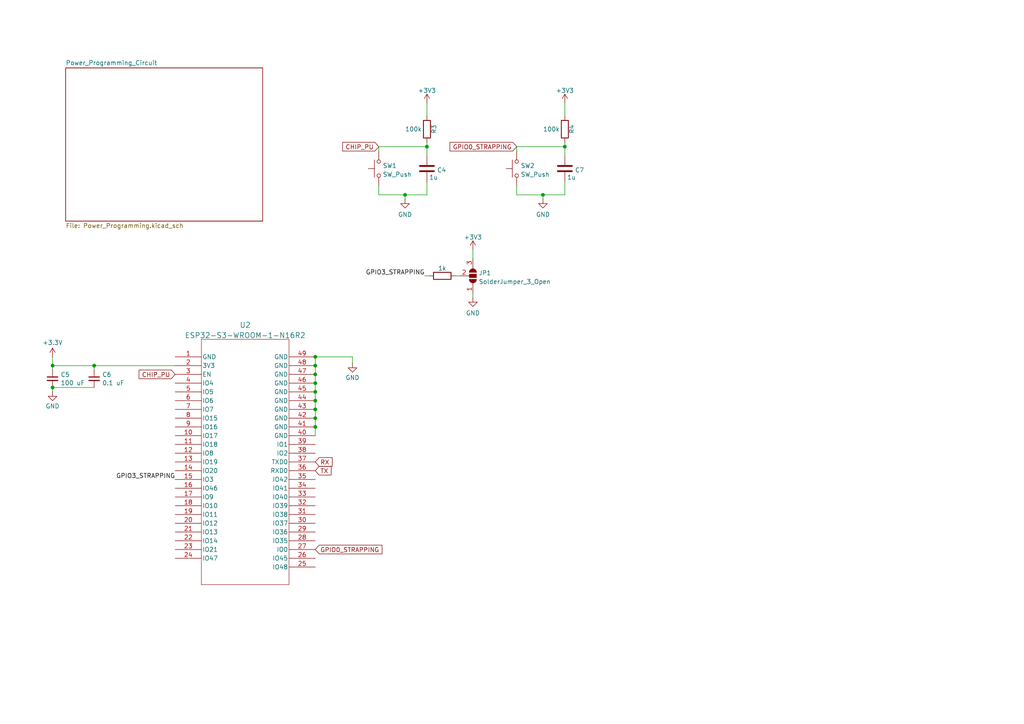
<source format=kicad_sch>
(kicad_sch (version 20231120) (generator "eeschema") (generator_version "8.0")
  (paper "A4")
  (lib_symbols
    (symbol "15-pin_ZIF_connector:046288015000846+" (pin_names (offset 0.254))
      (property "Reference" "J?" (at 13.3985 -16.7153 0))
      (property "Value" "046288015000846+" (at 13.3985 -19.9943 0))
      (symbol "046288015000846+_1_1"
        (polyline (pts (xy 5.08 -38.1) (xy 12.7 -38.1)) (stroke (width 0.127)))
        (polyline (pts (xy 5.08 2.54) (xy 5.08 -38.1)) (stroke (width 0.127)))
        (polyline (pts (xy 10.16 -35.56) (xy 5.08 -35.56)) (stroke (width 0.127)))
        (polyline (pts (xy 10.16 -35.56) (xy 8.89 -36.4067)) (stroke (width 0.127)))
        (polyline (pts (xy 10.16 -35.56) (xy 8.89 -34.7133)) (stroke (width 0.127)))
        (polyline (pts (xy 10.16 -33.02) (xy 5.08 -33.02)) (stroke (width 0.127)))
        (polyline (pts (xy 10.16 -33.02) (xy 8.89 -33.8667)) (stroke (width 0.127)))
        (polyline (pts (xy 10.16 -33.02) (xy 8.89 -32.1733)) (stroke (width 0.127)))
        (polyline (pts (xy 10.16 -30.48) (xy 5.08 -30.48)) (stroke (width 0.127)))
        (polyline (pts (xy 10.16 -30.48) (xy 8.89 -31.3267)) (stroke (width 0.127)))
        (polyline (pts (xy 10.16 -30.48) (xy 8.89 -29.6333)) (stroke (width 0.127)))
        (polyline (pts (xy 10.16 -27.94) (xy 5.08 -27.94)) (stroke (width 0.127)))
        (polyline (pts (xy 10.16 -27.94) (xy 8.89 -28.7867)) (stroke (width 0.127)))
        (polyline (pts (xy 10.16 -27.94) (xy 8.89 -27.0933)) (stroke (width 0.127)))
        (polyline (pts (xy 10.16 -25.4) (xy 5.08 -25.4)) (stroke (width 0.127)))
        (polyline (pts (xy 10.16 -25.4) (xy 8.89 -26.2467)) (stroke (width 0.127)))
        (polyline (pts (xy 10.16 -25.4) (xy 8.89 -24.5533)) (stroke (width 0.127)))
        (polyline (pts (xy 10.16 -22.86) (xy 5.08 -22.86)) (stroke (width 0.127)))
        (polyline (pts (xy 10.16 -22.86) (xy 8.89 -23.7067)) (stroke (width 0.127)))
        (polyline (pts (xy 10.16 -22.86) (xy 8.89 -22.0133)) (stroke (width 0.127)))
        (polyline (pts (xy 10.16 -20.32) (xy 5.08 -20.32)) (stroke (width 0.127)))
        (polyline (pts (xy 10.16 -20.32) (xy 8.89 -21.1667)) (stroke (width 0.127)))
        (polyline (pts (xy 10.16 -20.32) (xy 8.89 -19.4733)) (stroke (width 0.127)))
        (polyline (pts (xy 10.16 -17.78) (xy 5.08 -17.78)) (stroke (width 0.127)))
        (polyline (pts (xy 10.16 -17.78) (xy 8.89 -18.6267)) (stroke (width 0.127)))
        (polyline (pts (xy 10.16 -17.78) (xy 8.89 -16.9333)) (stroke (width 0.127)))
        (polyline (pts (xy 10.16 -15.24) (xy 5.08 -15.24)) (stroke (width 0.127)))
        (polyline (pts (xy 10.16 -15.24) (xy 8.89 -16.0867)) (stroke (width 0.127)))
        (polyline (pts (xy 10.16 -15.24) (xy 8.89 -14.3933)) (stroke (width 0.127)))
        (polyline (pts (xy 10.16 -12.7) (xy 5.08 -12.7)) (stroke (width 0.127)))
        (polyline (pts (xy 10.16 -12.7) (xy 8.89 -13.5467)) (stroke (width 0.127)))
        (polyline (pts (xy 10.16 -12.7) (xy 8.89 -11.8533)) (stroke (width 0.127)))
        (polyline (pts (xy 10.16 -10.16) (xy 5.08 -10.16)) (stroke (width 0.127)))
        (polyline (pts (xy 10.16 -10.16) (xy 8.89 -11.0067)) (stroke (width 0.127)))
        (polyline (pts (xy 10.16 -10.16) (xy 8.89 -9.3133)) (stroke (width 0.127)))
        (polyline (pts (xy 10.16 -7.62) (xy 5.08 -7.62)) (stroke (width 0.127)))
        (polyline (pts (xy 10.16 -7.62) (xy 8.89 -8.4667)) (stroke (width 0.127)))
        (polyline (pts (xy 10.16 -7.62) (xy 8.89 -6.7733)) (stroke (width 0.127)))
        (polyline (pts (xy 10.16 -5.08) (xy 5.08 -5.08)) (stroke (width 0.127)))
        (polyline (pts (xy 10.16 -5.08) (xy 8.89 -5.9267)) (stroke (width 0.127)))
        (polyline (pts (xy 10.16 -5.08) (xy 8.89 -4.2333)) (stroke (width 0.127)))
        (polyline (pts (xy 10.16 -2.54) (xy 5.08 -2.54)) (stroke (width 0.127)))
        (polyline (pts (xy 10.16 -2.54) (xy 8.89 -3.3867)) (stroke (width 0.127)))
        (polyline (pts (xy 10.16 -2.54) (xy 8.89 -1.6933)) (stroke (width 0.127)))
        (polyline (pts (xy 10.16 0) (xy 5.08 0)) (stroke (width 0.127)))
        (polyline (pts (xy 10.16 0) (xy 8.89 -0.8467)) (stroke (width 0.127)))
        (polyline (pts (xy 10.16 0) (xy 8.89 0.8467)) (stroke (width 0.127)))
        (polyline (pts (xy 12.7 -38.1) (xy 12.7 2.54)) (stroke (width 0.127)))
        (polyline (pts (xy 12.7 2.54) (xy 5.08 2.54)) (stroke (width 0.127)))
        (pin unspecified line (at 0 0 0) (length 5.08) (name "C2P") (number "1"))
        (pin unspecified line (at 0 -22.86 0) (length 5.08) (name "Data/CMD") (number "10"))
        (pin unspecified line (at 0 -25.4 0) (length 5.08) (name "SCLK") (number "11"))
        (pin unspecified line (at 0 -27.94 0) (length 5.08) (name "MOSI") (number "12"))
        (pin unspecified line (at 0 -30.48 0) (length 5.08) (name "Iref") (number "13"))
        (pin unspecified line (at 0 -33.02 0) (length 5.08) (name "Vcomh") (number "14"))
        (pin unspecified line (at 0 -35.56 0) (length 5.08) (name "Vcc") (number "15"))
        (pin unspecified line (at 0 -2.54 0) (length 5.08) (name "C2M") (number "2"))
        (pin unspecified line (at 0 -5.08 0) (length 5.08) (name "C1P") (number "3"))
        (pin unspecified line (at 0 -7.62 0) (length 5.08) (name "C1N") (number "4"))
        (pin unspecified line (at 0 -10.16 0) (length 5.08) (name "Vbat") (number "5"))
        (pin unspecified line (at 0 -12.7 0) (length 5.08) (name "Vss") (number "6"))
        (pin unspecified line (at 0 -15.24 0) (length 5.08) (name "Vdd") (number "7"))
        (pin unspecified line (at 0 -17.78 0) (length 5.08) (name "CS") (number "8"))
        (pin unspecified line (at 0 -20.32 0) (length 5.08) (name "RST") (number "9"))
      )
      (symbol "046288015000846+_1_2"
        (polyline (pts (xy 5.08 -38.1) (xy 12.7 -38.1)) (stroke (width 0.127)))
        (polyline (pts (xy 5.08 2.54) (xy 5.08 -38.1)) (stroke (width 0.127)))
        (polyline (pts (xy 7.62 -35.56) (xy 5.08 -35.56)) (stroke (width 0.127)))
        (polyline (pts (xy 7.62 -35.56) (xy 8.89 -36.4067)) (stroke (width 0.127)))
        (polyline (pts (xy 7.62 -35.56) (xy 8.89 -34.7133)) (stroke (width 0.127)))
        (polyline (pts (xy 7.62 -33.02) (xy 5.08 -33.02)) (stroke (width 0.127)))
        (polyline (pts (xy 7.62 -33.02) (xy 8.89 -33.8667)) (stroke (width 0.127)))
        (polyline (pts (xy 7.62 -33.02) (xy 8.89 -32.1733)) (stroke (width 0.127)))
        (polyline (pts (xy 7.62 -30.48) (xy 5.08 -30.48)) (stroke (width 0.127)))
        (polyline (pts (xy 7.62 -30.48) (xy 8.89 -31.3267)) (stroke (width 0.127)))
        (polyline (pts (xy 7.62 -30.48) (xy 8.89 -29.6333)) (stroke (width 0.127)))
        (polyline (pts (xy 7.62 -27.94) (xy 5.08 -27.94)) (stroke (width 0.127)))
        (polyline (pts (xy 7.62 -27.94) (xy 8.89 -28.7867)) (stroke (width 0.127)))
        (polyline (pts (xy 7.62 -27.94) (xy 8.89 -27.0933)) (stroke (width 0.127)))
        (polyline (pts (xy 7.62 -25.4) (xy 5.08 -25.4)) (stroke (width 0.127)))
        (polyline (pts (xy 7.62 -25.4) (xy 8.89 -26.2467)) (stroke (width 0.127)))
        (polyline (pts (xy 7.62 -25.4) (xy 8.89 -24.5533)) (stroke (width 0.127)))
        (polyline (pts (xy 7.62 -22.86) (xy 5.08 -22.86)) (stroke (width 0.127)))
        (polyline (pts (xy 7.62 -22.86) (xy 8.89 -23.7067)) (stroke (width 0.127)))
        (polyline (pts (xy 7.62 -22.86) (xy 8.89 -22.0133)) (stroke (width 0.127)))
        (polyline (pts (xy 7.62 -20.32) (xy 5.08 -20.32)) (stroke (width 0.127)))
        (polyline (pts (xy 7.62 -20.32) (xy 8.89 -21.1667)) (stroke (width 0.127)))
        (polyline (pts (xy 7.62 -20.32) (xy 8.89 -19.4733)) (stroke (width 0.127)))
        (polyline (pts (xy 7.62 -17.78) (xy 5.08 -17.78)) (stroke (width 0.127)))
        (polyline (pts (xy 7.62 -17.78) (xy 8.89 -18.6267)) (stroke (width 0.127)))
        (polyline (pts (xy 7.62 -17.78) (xy 8.89 -16.9333)) (stroke (width 0.127)))
        (polyline (pts (xy 7.62 -15.24) (xy 5.08 -15.24)) (stroke (width 0.127)))
        (polyline (pts (xy 7.62 -15.24) (xy 8.89 -16.0867)) (stroke (width 0.127)))
        (polyline (pts (xy 7.62 -15.24) (xy 8.89 -14.3933)) (stroke (width 0.127)))
        (polyline (pts (xy 7.62 -12.7) (xy 5.08 -12.7)) (stroke (width 0.127)))
        (polyline (pts (xy 7.62 -12.7) (xy 8.89 -13.5467)) (stroke (width 0.127)))
        (polyline (pts (xy 7.62 -12.7) (xy 8.89 -11.8533)) (stroke (width 0.127)))
        (polyline (pts (xy 7.62 -10.16) (xy 5.08 -10.16)) (stroke (width 0.127)))
        (polyline (pts (xy 7.62 -10.16) (xy 8.89 -11.0067)) (stroke (width 0.127)))
        (polyline (pts (xy 7.62 -10.16) (xy 8.89 -9.3133)) (stroke (width 0.127)))
        (polyline (pts (xy 7.62 -7.62) (xy 5.08 -7.62)) (stroke (width 0.127)))
        (polyline (pts (xy 7.62 -7.62) (xy 8.89 -8.4667)) (stroke (width 0.127)))
        (polyline (pts (xy 7.62 -7.62) (xy 8.89 -6.7733)) (stroke (width 0.127)))
        (polyline (pts (xy 7.62 -5.08) (xy 5.08 -5.08)) (stroke (width 0.127)))
        (polyline (pts (xy 7.62 -5.08) (xy 8.89 -5.9267)) (stroke (width 0.127)))
        (polyline (pts (xy 7.62 -5.08) (xy 8.89 -4.2333)) (stroke (width 0.127)))
        (polyline (pts (xy 7.62 -2.54) (xy 5.08 -2.54)) (stroke (width 0.127)))
        (polyline (pts (xy 7.62 -2.54) (xy 8.89 -3.3867)) (stroke (width 0.127)))
        (polyline (pts (xy 7.62 -2.54) (xy 8.89 -1.6933)) (stroke (width 0.127)))
        (polyline (pts (xy 7.62 0) (xy 5.08 0)) (stroke (width 0.127)))
        (polyline (pts (xy 7.62 0) (xy 8.89 -0.8467)) (stroke (width 0.127)))
        (polyline (pts (xy 7.62 0) (xy 8.89 0.8467)) (stroke (width 0.127)))
        (polyline (pts (xy 12.7 -38.1) (xy 12.7 2.54)) (stroke (width 0.127)))
        (polyline (pts (xy 12.7 2.54) (xy 5.08 2.54)) (stroke (width 0.127)))
        (pin unspecified line (at 0 0 0) (length 5.08) (name "1") (number "1"))
        (pin unspecified line (at 0 -22.86 0) (length 5.08) (name "10") (number "10"))
        (pin unspecified line (at 0 -25.4 0) (length 5.08) (name "11") (number "11"))
        (pin unspecified line (at 0 -27.94 0) (length 5.08) (name "12") (number "12"))
        (pin unspecified line (at 0 -30.48 0) (length 5.08) (name "13") (number "13"))
        (pin unspecified line (at 0 -33.02 0) (length 5.08) (name "14") (number "14"))
        (pin unspecified line (at 0 -35.56 0) (length 5.08) (name "15") (number "15"))
        (pin unspecified line (at 0 -2.54 0) (length 5.08) (name "2") (number "2"))
        (pin unspecified line (at 0 -5.08 0) (length 5.08) (name "3") (number "3"))
        (pin unspecified line (at 0 -7.62 0) (length 5.08) (name "4") (number "4"))
        (pin unspecified line (at 0 -10.16 0) (length 5.08) (name "5") (number "5"))
        (pin unspecified line (at 0 -12.7 0) (length 5.08) (name "6") (number "6"))
        (pin unspecified line (at 0 -15.24 0) (length 5.08) (name "7") (number "7"))
        (pin unspecified line (at 0 -17.78 0) (length 5.08) (name "8") (number "8"))
        (pin unspecified line (at 0 -20.32 0) (length 5.08) (name "9") (number "9"))
      )
    )
    (symbol "2-to-1_MUX:NC7SZ157P6X" (pin_names (offset 0.254))
      (property "Reference" "U3" (at 20.32 9.7739 0))
      (property "Value" "NC7SZ157P6X" (at 20.32 6.941 0))
      (symbol "NC7SZ157P6X_0_1"
        (polyline (pts (xy 7.62 -10.16) (xy 33.02 -10.16)) (stroke (width 0.127)))
        (polyline (pts (xy 7.62 5.08) (xy 7.62 -10.16)) (stroke (width 0.127)))
        (polyline (pts (xy 33.02 -10.16) (xy 33.02 5.08)) (stroke (width 0.127)))
        (polyline (pts (xy 33.02 5.08) (xy 7.62 5.08)) (stroke (width 0.127)))
      )
      (symbol "NC7SZ157P6X_1_1"
        (pin bidirectional line (at 0 0 0) (length 7.62) (name "IN1") (number "1"))
        (pin power_out line (at 0 -2.54 0) (length 7.62) (name "GND") (number "2"))
        (pin bidirectional line (at 0 -5.08 0) (length 7.62) (name "IN0") (number "3"))
        (pin unspecified line (at 40.64 -5.08 180) (length 7.62) (name "Out") (number "4"))
        (pin power_in line (at 40.64 -2.54 180) (length 7.62) (name "Vcc") (number "5"))
        (pin unspecified line (at 40.64 0 180) (length 7.62) (name "S") (number "6"))
      )
    )
    (symbol "Connector_Generic:Conn_01x03" (pin_names (offset 1.016))
      (property "Reference" "J?" (at 2.032 0.9085 0))
      (property "Value" "Ultrasonic_Conn" (at 2.032 -1.8666 0))
      (symbol "Conn_01x03_1_1"
        (rectangle (start -1.27 -2.413) (end 0 -2.667) (stroke (width 0.1524)))
        (rectangle (start -1.27 0.127) (end 0 -0.127) (stroke (width 0.1524)))
        (rectangle (start -1.27 2.667) (end 0 2.413) (stroke (width 0.1524)))
        (rectangle (start -1.27 3.81) (end 1.27 -3.81) (stroke (width 0.254)) (fill (type background)))
        (pin passive line (at -5.08 2.54 0) (length 3.81) (name "Vcc") (number "1"))
        (pin passive line (at -5.08 0 0) (length 3.81) (name "Signal") (number "2"))
        (pin passive line (at -5.08 -2.54 0) (length 3.81) (name "GND") (number "3"))
      )
    )
    (symbol "Device:C_Small" (pin_numbers hide) (pin_names (offset 0.254) hide)
      (property "Reference" "C" (at 0.254 1.778 0))
      (property "Value" "C_Small" (at 0.254 -2.032 0))
      (symbol "C_Small_0_1"
        (polyline (pts (xy -1.524 -0.508) (xy 1.524 -0.508)) (stroke (width 0.3302)))
        (polyline (pts (xy -1.524 0.508) (xy 1.524 0.508)) (stroke (width 0.3048)))
      )
      (symbol "C_Small_1_1"
        (pin passive line (at 0 2.54 270) (length 2.032) (name "~") (number "1"))
        (pin passive line (at 0 -2.54 90) (length 2.032) (name "~") (number "2"))
      )
    )
    (symbol "Jumper:SolderJumper_3_Open" (pin_names (offset 0) hide)
      (property "Reference" "JP" (at -2.54 -2.54 0))
      (property "Value" "SolderJumper_3_Open" (at 0 2.794 0))
      (symbol "SolderJumper_3_Open_0_1"
        (arc (start -1.016 1.016) (mid -2.0275 0) (end -1.016 -1.016))
        (arc (start -1.016 1.016) (mid -2.0275 0) (end -1.016 -1.016) (fill (type outline)))
        (rectangle (start -0.508 1.016) (end 0.508 -1.016) (fill (type outline)))
        (polyline (pts (xy -2.54 0) (xy -2.032 0)))
        (polyline (pts (xy -1.016 1.016) (xy -1.016 -1.016)))
        (polyline (pts (xy 0 -1.27) (xy 0 -1.016)))
        (polyline (pts (xy 1.016 1.016) (xy 1.016 -1.016)))
        (polyline (pts (xy 2.54 0) (xy 2.032 0)))
        (arc (start 1.016 -1.016) (mid 2.0275 0) (end 1.016 1.016))
        (arc (start 1.016 -1.016) (mid 2.0275 0) (end 1.016 1.016) (fill (type outline)))
      )
      (symbol "SolderJumper_3_Open_1_1"
        (pin passive line (at -5.08 0 0) (length 2.54) (name "A") (number "1"))
        (pin passive line (at 0 -3.81 90) (length 2.54) (name "C") (number "2"))
        (pin passive line (at 5.08 0 180) (length 2.54) (name "B") (number "3"))
      )
    )
    (symbol "Switch:SW_Push" (pin_numbers hide) (pin_names (offset 1.016) hide)
      (property "Reference" "SW" (at 1.27 2.54 0))
      (property "Value" "SW_Push" (at 0 -1.524 0))
      (symbol "SW_Push_0_1"
        (circle (center -2.032 0) (radius 0.508))
        (polyline (pts (xy 0 1.27) (xy 0 3.048)))
        (polyline (pts (xy 2.54 1.27) (xy -2.54 1.27)))
        (circle (center 2.032 0) (radius 0.508))
        (pin passive line (at -5.08 0 0) (length 2.54) (name "1") (number "1"))
        (pin passive line (at 5.08 0 180) (length 2.54) (name "2") (number "2"))
      )
    )
    (symbol "basic:C" (pin_numbers hide) (pin_names (offset 0.254))
      (property "Reference" "C" (at 0.635 2.54 0))
      (symbol "C_0_1"
        (polyline (pts (xy -2.032 -0.762) (xy 2.032 -0.762)) (stroke (width 0.508)))
        (polyline (pts (xy -2.032 0.762) (xy 2.032 0.762)) (stroke (width 0.508)))
      )
      (symbol "C_1_1"
        (pin passive line (at 0 3.81 270) (length 2.794) (name "~") (number "1"))
        (pin passive line (at 0 -3.81 90) (length 2.794) (name "~") (number "2"))
      )
    )
    (symbol "basic:R" (pin_numbers hide) (pin_names (offset 0))
      (property "Value" "R" (at 0 0 90))
      (symbol "R_0_1"
        (rectangle (start -1.016 -2.54) (end 1.016 2.54) (stroke (width 0.254)))
      )
      (symbol "R_1_1"
        (pin passive line (at 0 3.81 270) (length 1.27) (name "~") (number "1"))
        (pin passive line (at 0 -3.81 90) (length 1.27) (name "~") (number "2"))
      )
    )
    (symbol "local_symbols:ESP32-S3-WROOM-1-N16R2" (pin_names (offset 0.254))
      (property "Reference" "U" (at 20.32 10.16 0))
      (property "Value" "ESP32-S3-WROOM-1-N16R2" (at 20.32 7.62 0))
      (symbol "ESP32-S3-WROOM-1-N16R2_0_1"
        (polyline (pts (xy 7.62 -66.04) (xy 33.02 -66.04)) (stroke (width 0.127)))
        (polyline (pts (xy 7.62 5.08) (xy 7.62 -66.04)) (stroke (width 0.127)))
        (polyline (pts (xy 33.02 -66.04) (xy 33.02 5.08)) (stroke (width 0.127)))
        (polyline (pts (xy 33.02 5.08) (xy 7.62 5.08)) (stroke (width 0.127)))
        (pin power_out line (at 0 0 0) (length 7.62) (name "GND") (number "1"))
        (pin bidirectional line (at 0 -22.86 0) (length 7.62) (name "IO17") (number "10"))
        (pin bidirectional line (at 0 -25.4 0) (length 7.62) (name "IO18") (number "11"))
        (pin bidirectional line (at 0 -27.94 0) (length 7.62) (name "IO8") (number "12"))
        (pin bidirectional line (at 0 -30.48 0) (length 7.62) (name "IO19") (number "13"))
        (pin bidirectional line (at 0 -33.02 0) (length 7.62) (name "IO20") (number "14"))
        (pin bidirectional line (at 0 -35.56 0) (length 7.62) (name "IO3") (number "15"))
        (pin bidirectional line (at 0 -38.1 0) (length 7.62) (name "IO46") (number "16"))
        (pin bidirectional line (at 0 -40.64 0) (length 7.62) (name "IO9") (number "17"))
        (pin bidirectional line (at 0 -43.18 0) (length 7.62) (name "IO10") (number "18"))
        (pin bidirectional line (at 0 -45.72 0) (length 7.62) (name "IO11") (number "19"))
        (pin power_in line (at 0 -2.54 0) (length 7.62) (name "3V3") (number "2"))
        (pin bidirectional line (at 0 -48.26 0) (length 7.62) (name "IO12") (number "20"))
        (pin bidirectional line (at 0 -50.8 0) (length 7.62) (name "IO13") (number "21"))
        (pin bidirectional line (at 0 -53.34 0) (length 7.62) (name "IO14") (number "22"))
        (pin bidirectional line (at 0 -55.88 0) (length 7.62) (name "IO21") (number "23"))
        (pin bidirectional line (at 0 -58.42 0) (length 7.62) (name "IO47") (number "24"))
        (pin bidirectional line (at 40.64 -60.96 180) (length 7.62) (name "IO48") (number "25"))
        (pin bidirectional line (at 40.64 -58.42 180) (length 7.62) (name "IO45") (number "26"))
        (pin bidirectional line (at 40.64 -55.88 180) (length 7.62) (name "IO0") (number "27"))
        (pin bidirectional line (at 40.64 -53.34 180) (length 7.62) (name "IO35") (number "28"))
        (pin bidirectional line (at 40.64 -50.8 180) (length 7.62) (name "IO36") (number "29"))
        (pin input line (at 0 -5.08 0) (length 7.62) (name "EN") (number "3"))
        (pin bidirectional line (at 40.64 -48.26 180) (length 7.62) (name "IO37") (number "30"))
        (pin bidirectional line (at 40.64 -45.72 180) (length 7.62) (name "IO38") (number "31"))
        (pin bidirectional line (at 40.64 -43.18 180) (length 7.62) (name "IO39") (number "32"))
        (pin bidirectional line (at 40.64 -40.64 180) (length 7.62) (name "IO40") (number "33"))
        (pin bidirectional line (at 40.64 -38.1 180) (length 7.62) (name "IO41") (number "34"))
        (pin bidirectional line (at 40.64 -35.56 180) (length 7.62) (name "IO42") (number "35"))
        (pin bidirectional line (at 40.64 -33.02 180) (length 7.62) (name "RXD0") (number "36"))
        (pin bidirectional line (at 40.64 -30.48 180) (length 7.62) (name "TXD0") (number "37"))
        (pin bidirectional line (at 40.64 -27.94 180) (length 7.62) (name "IO2") (number "38"))
        (pin bidirectional line (at 40.64 -25.4 180) (length 7.62) (name "IO1") (number "39"))
        (pin bidirectional line (at 0 -7.62 0) (length 7.62) (name "IO4") (number "4"))
        (pin power_out line (at 40.64 -22.86 180) (length 7.62) (name "GND") (number "40"))
        (pin power_out line (at 40.64 -20.32 180) (length 7.62) (name "GND") (number "41"))
        (pin power_out line (at 40.64 -17.78 180) (length 7.62) (name "GND") (number "42"))
        (pin power_out line (at 40.64 -15.24 180) (length 7.62) (name "GND") (number "43"))
        (pin power_out line (at 40.64 -12.7 180) (length 7.62) (name "GND") (number "44"))
        (pin power_out line (at 40.64 -10.16 180) (length 7.62) (name "GND") (number "45"))
        (pin power_out line (at 40.64 -7.62 180) (length 7.62) (name "GND") (number "46"))
        (pin power_out line (at 40.64 -5.08 180) (length 7.62) (name "GND") (number "47"))
        (pin power_out line (at 40.64 -2.54 180) (length 7.62) (name "GND") (number "48"))
        (pin power_out line (at 40.64 0 180) (length 7.62) (name "GND") (number "49"))
        (pin bidirectional line (at 0 -10.16 0) (length 7.62) (name "IO5") (number "5"))
        (pin bidirectional line (at 0 -12.7 0) (length 7.62) (name "IO6") (number "6"))
        (pin bidirectional line (at 0 -15.24 0) (length 7.62) (name "IO7") (number "7"))
        (pin bidirectional line (at 0 -17.78 0) (length 7.62) (name "IO15") (number "8"))
        (pin bidirectional line (at 0 -20.32 0) (length 7.62) (name "IO16") (number "9"))
      )
    )
    (symbol "op-amp OPA192ID:OPA192ID" (pin_names (offset 0.254))
      (property "Reference" "U" (at 20.32 10.16 0))
      (property "Value" "OPA192ID" (at 20.32 7.62 0))
      (symbol "OPA192ID_0_1"
        (polyline (pts (xy 7.62 -20.32) (xy 33.02 -20.32)) (stroke (width 0.127)))
        (polyline (pts (xy 7.62 5.08) (xy 7.62 -20.32)) (stroke (width 0.127)))
        (polyline (pts (xy 33.02 -20.32) (xy 33.02 5.08)) (stroke (width 0.127)))
        (polyline (pts (xy 33.02 5.08) (xy 7.62 5.08)) (stroke (width 0.127)))
        (pin output line (at 0 0 0) (length 7.62) (name "OUTA") (number "1"))
        (pin input line (at 40.64 -10.16 180) (length 7.62) (name "+INC") (number "10"))
        (pin power_in line (at 40.64 -7.62 180) (length 7.62) (name "V-") (number "11"))
        (pin input line (at 40.64 -5.08 180) (length 7.62) (name "+IND") (number "12"))
        (pin input line (at 40.64 -2.54 180) (length 7.62) (name "-IND") (number "13"))
        (pin output line (at 40.64 0 180) (length 7.62) (name "OUTD") (number "14"))
        (pin input line (at 0 -2.54 0) (length 7.62) (name "-INA") (number "2"))
        (pin input line (at 0 -5.08 0) (length 7.62) (name "+INA") (number "3"))
        (pin power_in line (at 0 -7.62 0) (length 7.62) (name "V+") (number "4"))
        (pin input line (at 0 -10.16 0) (length 7.62) (name "+INB") (number "5"))
        (pin input line (at 0 -12.7 0) (length 7.62) (name "-INB") (number "6"))
        (pin output line (at 0 -15.24 0) (length 7.62) (name "OUTB") (number "7"))
        (pin output line (at 40.64 -15.24 180) (length 7.62) (name "OUTC") (number "8"))
        (pin input line (at 40.64 -12.7 180) (length 7.62) (name "-INC") (number "9"))
      )
    )
    (symbol "power:+3.3V" (power) (pin_numbers hide) (pin_names (offset 0) hide)
      (property "Value" "+3.3V" (at 0 3.556 0))
      (symbol "+3.3V_0_1"
        (polyline (pts (xy -0.762 1.27) (xy 0 2.54)))
        (polyline (pts (xy 0 0) (xy 0 2.54)))
        (polyline (pts (xy 0 2.54) (xy 0.762 1.27)))
      )
      (symbol "+3.3V_1_1"
        (pin power_in line (at 0 0 90) (length 0) (name "~") (number "1"))
      )
    )
    (symbol "power:+3V3" (power) (pin_names (offset 0))
      (property "Value" "+3V3" (at 0 3.556 0))
      (symbol "+3V3_0_1"
        (polyline (pts (xy -0.762 1.27) (xy 0 2.54)))
        (polyline (pts (xy 0 0) (xy 0 2.54)))
        (polyline (pts (xy 0 2.54) (xy 0.762 1.27)))
      )
      (symbol "+3V3_1_1"
        (pin power_in line (at 0 0 90) (length 0) hide (name "+3V3") (number "1"))
      )
    )
    (symbol "power:GND" (power) (pin_numbers hide) (pin_names (offset 0) hide)
      (property "Value" "GND" (at 0 -3.81 0))
      (symbol "GND_0_1"
        (polyline (pts (xy 0 0) (xy 0 -1.27) (xy 1.27 -1.27) (xy 0 -2.54) (xy -1.27 -1.27) (xy 0 -1.27)))
      )
      (symbol "GND_1_1"
        (pin power_in line (at 0 0 270) (length 0) (name "~") (number "1"))
      )
    )
    (symbol "time-to-DC:TDC7200PW" (pin_names (offset 0.254))
      (property "Reference" "U" (at 0 2.54 0))
      (property "Value" "TDC7200PW" (at 0 0 0))
      (symbol "TDC7200PW_0_1"
        (polyline (pts (xy -15.24 -22.86) (xy 15.24 -22.86)) (stroke (width 0.1016)))
        (polyline (pts (xy -15.24 22.86) (xy -15.24 -22.86)) (stroke (width 0.1016)))
        (polyline (pts (xy 15.24 -22.86) (xy 15.24 22.86)) (stroke (width 0.1016)))
        (polyline (pts (xy 15.24 22.86) (xy -15.24 22.86)) (stroke (width 0.1016)))
        (pin input line (at 20.32 17.78 180) (length 5.08) (name "ENABLE") (number "1"))
        (pin input line (at 20.32 2.54 180) (length 5.08) (name "DIN") (number "10"))
        (pin input line (at 20.32 7.62 180) (length 5.08) (name "CS_N") (number "11"))
        (pin input line (at 20.32 12.7 180) (length 5.08) (name "SCLK") (number "12"))
        (pin power_in line (at -20.32 12.7 0) (length 5.08) (name "VREG") (number "13"))
        (pin power_in line (at -20.32 17.78 0) (length 5.08) (name "VDD") (number "14"))
        (pin output line (at -20.32 5.08 0) (length 5.08) (name "TRIGG") (number "2"))
        (pin input line (at -20.32 -2.54 0) (length 5.08) (name "START") (number "3"))
        (pin input line (at -20.32 -7.62 0) (length 5.08) (name "STOP") (number "4"))
        (pin input line (at -20.32 -12.7 0) (length 5.08) (name "CLOCK") (number "5"))
        (pin unspecified line (at -20.32 -17.78 0) (length 5.08) (name "NC") (number "6"))
        (pin power_in line (at 20.32 -17.78 180) (length 5.08) (name "GND") (number "7"))
        (pin output line (at 20.32 -7.62 180) (length 5.08) (name "INT_N") (number "8"))
        (pin output line (at 20.32 -2.54 180) (length 5.08) (name "DOUT") (number "9"))
      )
    )
  )
  (junction (at 27.305 106.045))
  (junction (at 117.475 56.515))
  (junction (at 91.44 108.585))
  (junction (at 91.44 121.285))
  (junction (at 123.825 42.545))
  (junction (at 91.44 118.745))
  (junction (at 91.44 123.825))
  (junction (at 91.44 116.205))
  (junction (at 91.44 111.125))
  (junction (at 15.24 112.395))
  (junction (at 157.48 56.515))
  (junction (at 91.44 113.665))
  (junction (at 91.44 106.045))
  (junction (at 15.24 106.045))
  (junction (at 163.83 42.545))
  (junction (at 91.44 103.505))
  (wire (pts (xy 91.44 116.205) (xy 91.44 118.745)))
  (wire (pts (xy 163.83 41.275) (xy 163.83 42.545)))
  (wire (pts (xy 15.24 112.395) (xy 27.305 112.395)))
  (wire (pts (xy 109.855 56.515) (xy 117.475 56.515)))
  (wire (pts (xy 163.83 56.515) (xy 157.48 56.515)))
  (wire (pts (xy 15.24 106.045) (xy 27.305 106.045)))
  (wire (pts (xy 102.235 105.41) (xy 102.235 103.505)))
  (wire (pts (xy 117.475 56.515) (xy 117.475 57.785)))
  (wire (pts (xy 123.825 52.705) (xy 123.825 56.515)))
  (wire (pts (xy 162.56 242.57) (xy 162.56 246.38)))
  (wire (pts (xy 160.02 248.92) (xy 163.83 248.92)))
  (wire (pts (xy 91.44 106.045) (xy 91.44 108.585)))
  (wire (pts (xy 132.08 80.01) (xy 133.35 80.01)))
  (wire (pts (xy 123.825 41.275) (xy 123.825 42.545)))
  (wire (pts (xy 163.83 251.46) (xy 163.83 254)))
  (wire (pts (xy 149.86 56.515) (xy 157.48 56.515)))
  (wire (pts (xy 27.305 106.045) (xy 50.8 106.045)))
  (wire (pts (xy 204.47 248.92) (xy 203.2 248.92)))
  (wire (pts (xy 91.44 108.585) (xy 91.44 111.125)))
  (wire (pts (xy 149.86 43.815) (xy 149.86 42.545)))
  (wire (pts (xy 91.44 103.505) (xy 91.44 106.045)))
  (wire (pts (xy 163.83 29.845) (xy 163.83 33.655)))
  (wire (pts (xy 203.2 245.11) (xy 203.2 248.92)))
  (wire (pts (xy 163.83 246.38) (xy 162.56 246.38)))
  (wire (pts (xy 91.44 123.825) (xy 91.44 126.365)))
  (wire (pts (xy 123.19 80.01) (xy 124.46 80.01)))
  (wire (pts (xy 200.66 251.46) (xy 204.47 251.46)))
  (wire (pts (xy 91.44 121.285) (xy 91.44 123.825)))
  (wire (pts (xy 109.855 42.545) (xy 123.825 42.545)))
  (wire (pts (xy 157.48 56.515) (xy 157.48 57.785)))
  (wire (pts (xy 15.24 103.505) (xy 15.24 106.045)))
  (wire (pts (xy 91.44 113.665) (xy 91.44 116.205)))
  (wire (pts (xy 163.83 52.705) (xy 163.83 56.515)))
  (wire (pts (xy 15.24 113.665) (xy 15.24 112.395)))
  (wire (pts (xy 102.235 103.505) (xy 91.44 103.505)))
  (wire (pts (xy 15.24 107.315) (xy 15.24 106.045)))
  (wire (pts (xy 109.855 43.815) (xy 109.855 42.545)))
  (wire (pts (xy 123.825 29.845) (xy 123.825 33.655)))
  (wire (pts (xy 91.44 111.125) (xy 91.44 113.665)))
  (wire (pts (xy 123.825 56.515) (xy 117.475 56.515)))
  (wire (pts (xy 27.305 107.315) (xy 27.305 106.045)))
  (wire (pts (xy 149.86 53.975) (xy 149.86 56.515)))
  (wire (pts (xy 204.47 254) (xy 204.47 256.54)))
  (wire (pts (xy 163.83 42.545) (xy 163.83 45.085)))
  (wire (pts (xy 123.825 42.545) (xy 123.825 45.085)))
  (wire (pts (xy 149.86 42.545) (xy 163.83 42.545)))
  (wire (pts (xy 91.44 118.745) (xy 91.44 121.285)))
  (wire (pts (xy 137.16 85.09) (xy 137.16 86.36)))
  (wire (pts (xy 109.855 53.975) (xy 109.855 56.515)))
  (wire (pts (xy 137.16 72.39) (xy 137.16 74.93)))
  (label "GPIO3_STRAPPING" (at 123.19 80.01 180))
  (label "GPIO3_STRAPPING" (at 50.8 139.065 180))
  (label "Signal_2" (at 160.02 248.92 180))
  (label "Signal_1" (at 200.66 251.46 180))
  (global_label "TX" (shape input) (at 91.44 136.525 0) (property "Intersheetrefs" "${INTERSHEET_REFS}" (effects (hide yes))))
  (global_label "GPIO0_STRAPPING" (shape input) (at 149.86 42.545 180) (property "Intersheetrefs" "${INTERSHEET_REFS}" (effects (hide yes))))
  (global_label "CHIP_PU" (shape input) (at 50.8 108.585 180) (property "Intersheetrefs" "${INTERSHEET_REFS}" (effects (hide yes))))
  (global_label "CHIP_PU" (shape input) (at 109.855 42.545 180) (property "Intersheetrefs" "${INTERSHEET_REFS}" (effects (hide yes))))
  (global_label "RX" (shape input) (at 91.44 133.985 0) (property "Intersheetrefs" "${INTERSHEET_REFS}" (effects (hide yes))))
  (global_label "GPIO0_STRAPPING" (shape input) (at 91.44 159.385 0) (property "Intersheetrefs" "${INTERSHEET_REFS}" (effects (hide yes))))
  (symbol (lib_id "power:+3V3") (at 163.83 29.845 0) (unit 1)
    (property "Reference" "#PWR019" (effects (hide yes)))
    (property "Value" "+3V3" (at 163.83 26.2692 0))
  )
  (symbol (lib_id "Switch:SW_Push") (at 149.86 48.895 90) (unit 1)
    (property "Reference" "SW2" (at 151.003 48.0603 90) (effects (justify right)))
    (property "Value" "SW_Push" (at 151.003 50.5972 90) (effects (justify right)))
    (property "Footprint" "Button_Switch_SMD:SW_SPST_B3S-1000" (effects (hide yes)))
    (property "Datasheet" "https://www.digikey.com/en/products/detail/omron-electronics-inc-emc-div/B3S-1000/20686" (effects (hide yes)))
  )
  (symbol (lib_id "power:GND") (at 157.48 57.785 0) (unit 1)
    (property "Reference" "#PWR018" (effects (hide yes)))
    (property "Value" "GND" (at 157.48 62.2284 0))
  )
  (symbol (lib_id "2-to-1_MUX:NC7SZ157P6X") (at -80.01 193.04 0) (unit 1)
    (property "Reference" "U3" (at -59.69 183.2661 0) (effects (font (size 1.524 1.524))))
    (property "Value" "NC7SZ157P6X" (at -59.69 186.099 0) (effects (font (size 1.524 1.524))))
    (property "Footprint" "SOIC_Z157P6X_ONS" (effects (hide yes)))
    (property "Datasheet" "NC7SZ157P6X" (effects (hide yes)))
  )
  (symbol (lib_id "basic:R") (at 163.83 37.465 0) (unit 1)
    (property "Reference" "R4" (at 165.862 37.465 90))
    (property "Value" "100k" (at 157.48 37.465 0) (effects (justify left)))
    (property "Footprint" "Resistor_SMD:R_0805_2012Metric" (effects (hide yes)))
  )
  (symbol (lib_id "power:GND") (at 204.47 256.54 0) (unit 1)
    (property "Reference" "#PWR05" (effects (hide yes)))
    (property "Value" "GND" (at 204.47 261.62 0))
    (property "Description" "Power symbol creates a global label with name \"GND\" , ground" (effects (hide yes)))
  )
  (symbol (lib_id "local_symbols:ESP32-S3-WROOM-1-N16R2") (at 50.8 103.505 0) (unit 1)
    (property "Reference" "U2" (at 71.12 94.2774 0) (effects (font (size 1.524 1.524))))
    (property "Value" "ESP32-S3-WROOM-1-N16R2" (at 71.12 97.2708 0) (effects (font (size 1.524 1.524))))
    (property "Footprint" "local_footprints:ESP32-S3-WROOM-1_EXP" (effects (hide yes)))
    (property "Datasheet" "ESP32-S3-WROOM-1-N16R2" (effects (hide yes)))
  )
  (symbol (lib_id "basic:C") (at 163.83 48.895 0) (unit 1)
    (property "Reference" "C7" (at 166.751 49.3288 0) (effects (justify left)))
    (property "Value" "1u" (at 164.465 51.435 0) (effects (justify left)))
    (property "Footprint" "Capacitor_SMD:C_0805_2012Metric" (effects (hide yes)))
  )
  (symbol (lib_id "power:GND") (at 15.24 113.665 0) (unit 1)
    (property "Reference" "#PWR014" (effects (hide yes)))
    (property "Value" "GND" (at 15.24 117.7981 0))
    (property "Description" "Power symbol creates a global label with name \"GND\" , ground" (effects (hide yes)))
  )
  (symbol (lib_id "Device:C_Small") (at 15.24 109.855 0) (unit 1)
    (property "Reference" "C5" (at 17.5641 108.6491 0) (effects (justify left)))
    (property "Value" "100 uF" (at 17.5641 111.0734 0) (effects (justify left)))
    (property "Description" "Unpolarized capacitor, small symbol" (effects (hide yes)))
  )
  (symbol (lib_id "Switch:SW_Push") (at 109.855 48.895 90) (unit 1)
    (property "Reference" "SW1" (at 110.998 48.0603 90) (effects (justify right)))
    (property "Value" "SW_Push" (at 110.998 50.5972 90) (effects (justify right)))
    (property "Footprint" "Button_Switch_SMD:SW_SPST_B3S-1000" (effects (hide yes)))
    (property "Datasheet" "https://www.digikey.com/en/products/detail/omron-electronics-inc-emc-div/B3S-1000/20686" (effects (hide yes)))
  )
  (symbol (lib_id "15-pin_ZIF_connector:046288015000846+") (at 358.14 96.52 0) (unit 1)
    (property "Reference" "J?" (at 371.5385 113.2353 0) (effects (font (size 1.524 1.524)) (justify left)))
    (property "Value" "046288015000846+" (at 371.5385 116.5143 0) (effects (font (size 1.524 1.524)) (justify left)))
    (property "Footprint" "CONN15_6288_7X5P7_AVX" (effects (hide yes)))
    (property "Datasheet" "046288015000846+" (effects (hide yes)))
  )
  (symbol (lib_id "power:+3V3") (at 123.825 29.845 0) (unit 1)
    (property "Reference" "#PWR016" (effects (hide yes)))
    (property "Value" "+3V3" (at 123.825 26.2692 0))
  )
  (symbol (lib_id "power:+3.3V") (at 15.24 103.505 0) (unit 1)
    (property "Reference" "#PWR03" (effects (hide yes)))
    (property "Value" "+3.3V" (at 15.24 99.3719 0))
    (property "Description" "Power symbol creates a global label with name \"+3.3V\"" (effects (hide yes)))
  )
  (symbol (lib_id "Connector_Generic:Conn_01x03") (at 168.91 248.92 0) (unit 1)
    (property "Reference" "J1" (at 170.942 248.0115 0) (effects (justify left)))
    (property "Value" "Ultrasonic_Conn_2" (at 170.942 250.7866 0) (effects (justify left)))
  )
  (symbol (lib_id "Device:C_Small") (at 27.305 109.855 0) (unit 1)
    (property "Reference" "C6" (at 29.6291 108.6491 0) (effects (justify left)))
    (property "Value" "0.1 uF" (at 29.6291 111.0734 0) (effects (justify left)))
    (property "Description" "Unpolarized capacitor, small symbol" (effects (hide yes)))
  )
  (symbol (lib_id "time-to-DC:TDC7200PW") (at 339.725 43.815 0) (unit 1)
    (property "Reference" "U?" (at 339.725 16.5003 0) (effects (font (size 1.524 1.524))))
    (property "Value" "TDC7200PW" (at 339.725 19.7793 0) (effects (font (size 1.524 1.524))))
    (property "Footprint" "PW0014A_N" (effects (hide yes)))
    (property "Datasheet" "TDC7200PW" (effects (hide yes)))
  )
  (symbol (lib_id "basic:R") (at 123.825 37.465 0) (unit 1)
    (property "Reference" "R3" (at 125.857 37.465 90))
    (property "Value" "100k" (at 117.475 37.465 0) (effects (justify left)))
    (property "Footprint" "Resistor_SMD:R_0805_2012Metric" (effects (hide yes)))
  )
  (symbol (lib_id "Connector_Generic:Conn_01x03") (at 209.55 251.46 0) (unit 1)
    (property "Reference" "J?" (at 211.582 250.5515 0) (effects (justify left)))
    (property "Value" "Ultrasonic_Conn_1" (at 211.582 253.3266 0) (effects (justify left)))
  )
  (symbol (lib_id "Jumper:SolderJumper_3_Open") (at 137.16 80.01 270) (mirror x) (unit 1)
    (property "Reference" "JP1" (at 138.811 79.1753 90) (effects (justify left)))
    (property "Value" "SolderJumper_3_Open" (at 138.811 81.7122 90) (effects (justify left)))
    (property "Footprint" "Jumper:SolderJumper-3_P2.0mm_Open_TrianglePad1.0x1.5mm" (effects (hide yes)))
  )
  (symbol (lib_id "power:+3.3V") (at 162.56 242.57 0) (unit 1)
    (property "Reference" "#PWR012" (effects (hide yes)))
    (property "Value" "+3.3V" (at 162.56 238.4369 0))
    (property "Description" "Power symbol creates a global label with name \"+3.3V\"" (effects (hide yes)))
  )
  (symbol (lib_id "power:GND") (at 137.16 86.36 0) (unit 1)
    (property "Reference" "#PWR021" (effects (hide yes)))
    (property "Value" "GND" (at 137.16 90.8034 0))
  )
  (symbol (lib_id "basic:C") (at 123.825 48.895 0) (unit 1)
    (property "Reference" "C4" (at 126.746 49.3288 0) (effects (justify left)))
    (property "Value" "1u" (at 124.46 51.435 0) (effects (justify left)))
    (property "Footprint" "Capacitor_SMD:C_0805_2012Metric" (effects (hide yes)))
  )
  (symbol (lib_id "power:GND") (at 117.475 57.785 0) (unit 1)
    (property "Reference" "#PWR015" (effects (hide yes)))
    (property "Value" "GND" (at 117.475 62.2284 0))
  )
  (symbol (lib_id "op-amp OPA192ID:OPA192ID") (at -86.36 121.285 0) (unit 1)
    (property "Reference" "U?" (at -66.04 111.7376 0) (effects (font (size 1.524 1.524))))
    (property "Value" "OPA192ID" (at -66.04 115.0166 0) (effects (font (size 1.524 1.524))))
    (property "Footprint" "D14_TEX" (effects (hide yes)))
    (property "Datasheet" "OPA192ID" (effects (hide yes)))
  )
  (symbol (lib_id "basic:R") (at 128.27 80.01 90) (unit 1)
    (property "Reference" "R5" (effects (hide yes)))
    (property "Value" "1k" (at 128.27 77.8312 90))
    (property "Footprint" "Resistor_SMD:R_0805_2012Metric" (effects (hide yes)))
  )
  (symbol (lib_id "power:+3.3V") (at 203.2 245.11 0) (unit 1)
    (property "Reference" "#PWR07" (effects (hide yes)))
    (property "Value" "+3.3V" (at 203.2 240.9769 0))
    (property "Description" "Power symbol creates a global label with name \"+3.3V\"" (effects (hide yes)))
  )
  (symbol (lib_id "power:GND") (at 102.235 105.41 0) (unit 1)
    (property "Reference" "#PWR017" (effects (hide yes)))
    (property "Value" "GND" (at 102.235 109.5431 0))
    (property "Description" "Power symbol creates a global label with name \"GND\" , ground" (effects (hide yes)))
  )
  (symbol (lib_id "power:+3V3") (at 137.16 72.39 0) (unit 1)
    (property "Reference" "#PWR020" (effects (hide yes)))
    (property "Value" "+3V3" (at 137.16 68.8142 0))
  )
  (symbol (lib_id "power:GND") (at 163.83 254 0) (unit 1)
    (property "Reference" "#PWR013" (effects (hide yes)))
    (property "Value" "GND" (at 163.83 259.08 0))
    (property "Description" "Power symbol creates a global label with name \"GND\" , ground" (effects (hide yes)))
  )
  (sheet (at 19.05 19.685) (size 57.15 44.45) (stroke (width 0.1524))
    (property "Sheetname" "Power_Programming_Circuit" (at 19.05 18.9734 0) (effects (justify left bottom)))
    (property "Sheetfile" "Power_Programming.kicad_sch" (at 19.05 64.7196 0) (effects (justify left top)))
  )
)
</source>
